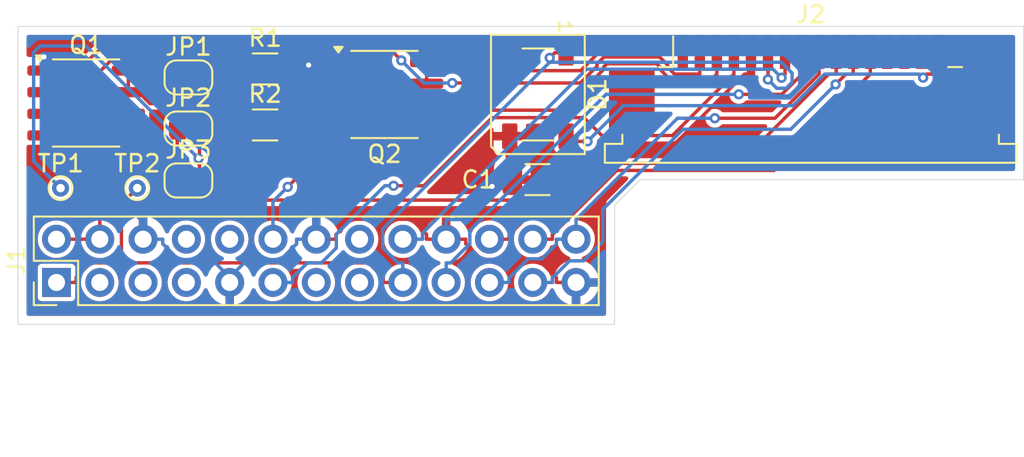
<source format=kicad_pcb>
(kicad_pcb (version 20240108) (generator "pcbnew") (generator_version "8.0")
  (layers (0 "F.Cu" signal) (31 "B.Cu" signal) (34 "B.Paste" user) (35 "F.Paste" user) (36 "B.SilkS" user "B.Silkscreen") (37 "F.SilkS" user "F.Silkscreen") (38 "B.Mask" user) (39 "F.Mask" user) (44 "Edge.Cuts" user))
  (net 0 "")
  (net 1 "3V")
  (net 2 "GP20")
  (net 3 "GND")
  (net 6 "TP_SO")
  (net 8 "LCD_5V")
  (net 10 "LCD_SCK")
  (net 11 "LCD_RS")
  (net 12 "TP_IRQ")
  (net 15 "LCD_CS")
  (net 16 "GP18")
  (net 17 "RESET")
  (net 20 "LCD_SI")
  (net 22 "POWER_LCD")
  (net 23 "E3")
  (net 24 "5V")
  (net 25 "GP19")
  (net 26 "TP_CS")
  (net 27 "Net-(Q2A-G1)")
  (net 28 "Net-(JP2-B)")
  (footprint "Connector_PinHeader_2.54mm:PinHeader_2x13_P2.54mm_Vertical" (layer "F.Cu") (at 102.26 40.04 90)
    (property "Reference" "J1" (at 1.27 -2.33 90) (layer "F.SilkS"))
    (property "Value" "Conn_02x13_Odd_Even Header")
    (fp_line (start 1.270001 -1.33) (end 3.87 -1.329999) (stroke (width 0.12)) (layer "F.SilkS"))
    (fp_line (start -1.329999 -1.33) (end -0.000001 -1.330001) (stroke (width 0.12)) (layer "F.SilkS"))
    (fp_line (start 3.87 -1.329999) (end 3.870001 31.810002) (stroke (width 0.12)) (layer "F.SilkS"))
    (fp_line (start -1.330001 0.000001) (end -1.329999 -1.33) (stroke (width 0.12)) (layer "F.SilkS"))
    (fp_line (start -1.330001 1.269999) (end 1.27 1.27) (stroke (width 0.12)) (layer "F.SilkS"))
    (fp_line (start -1.330001 1.269999) (end -1.33 31.809999) (stroke (width 0.12)) (layer "F.SilkS"))
    (fp_line (start 1.27 1.27) (end 1.270001 -1.33) (stroke (width 0.12)) (layer "F.SilkS"))
    (fp_line (start -1.33 31.809999) (end 3.870001 31.810002) (stroke (width 0.12)) (layer "F.SilkS"))
    (pad "1" thru_hole rect (at 0 0 90) (size 1.7 1.7) (drill 1) (layers "*.Cu" "*.Mask") (net 1 "3V"))
    (pad "2" thru_hole oval (at 2.540001 0 90) (size 1.7 1.7) (drill 1) (layers "*.Cu" "*.Mask") (net 8 "LCD_5V"))
    (pad "3" thru_hole oval (at 0 2.540001 90) (size 1.7 1.7) (drill 1) (layers "*.Cu" "*.Mask"))
    (pad "4" thru_hole oval (at 2.54 2.54 90) (size 1.7 1.7) (drill 1) (layers "*.Cu" "*.Mask") (net 8 "LCD_5V"))
    (pad "5" thru_hole oval (at 0.000001 5.08 90) (size 1.7 1.7) (drill 1) (layers "*.Cu" "*.Mask"))
    (pad "6" thru_hole oval (at 2.540002 5.080001 90) (size 1.7 1.7) (drill 1) (layers "*.Cu" "*.Mask") (net 3 "GND"))
    (pad "7" thru_hole oval (at -0.000001 7.620001 90) (size 1.7 1.7) (drill 1) (layers "*.Cu" "*.Mask"))
    (pad "8" thru_hole oval (at 2.539999 7.62 90) (size 1.7 1.7) (drill 1) (layers "*.Cu" "*.Mask"))
    (pad "9" thru_hole oval (at 0 10.16 90) (size 1.7 1.7) (drill 1) (layers "*.Cu" "*.Mask") (net 3 "GND"))
    (pad "10" thru_hole oval (at 2.539999 10.16 90) (size 1.7 1.7) (drill 1) (layers "*.Cu" "*.Mask"))
    (pad "11" thru_hole oval (at 0 12.7 90) (size 1.7 1.7) (drill 1) (layers "*.Cu" "*.Mask") (net 12 "TP_IRQ"))
    (pad "12" thru_hole oval (at 2.54 12.700002 90) (size 1.7 1.7) (drill 1) (layers "*.Cu" "*.Mask") (net 16 "GP18"))
    (pad "13" thru_hole oval (at 0.000001 15.24 90) (size 1.7 1.7) (drill 1) (layers "*.Cu" "*.Mask"))
    (pad "14" thru_hole oval (at 2.540001 15.24 90) (size 1.7 1.7) (drill 1) (layers "*.Cu" "*.Mask") (net 3 "GND"))
    (pad "15" thru_hole oval (at 0.000001 17.780001 90) (size 1.7 1.7) (drill 1) (layers "*.Cu" "*.Mask"))
    (pad "16" thru_hole oval (at 2.540001 17.779999 90) (size 1.7 1.7) (drill 1) (layers "*.Cu" "*.Mask"))
    (pad "17" thru_hole oval (at 0 20.32 90) (size 1.7 1.7) (drill 1) (layers "*.Cu" "*.Mask") (net 1 "3V"))
    (pad "18" thru_hole oval (at 2.539999 20.320001 90) (size 1.7 1.7) (drill 1) (layers "*.Cu" "*.Mask") (net 11 "LCD_RS"))
    (pad "19" thru_hole oval (at -0.000002 22.859999 90) (size 1.7 1.7) (drill 1) (layers "*.Cu" "*.Mask") (net 20 "LCD_SI"))
    (pad "20" thru_hole oval (at 2.540001 22.86 90) (size 1.7 1.7) (drill 1) (layers "*.Cu" "*.Mask") (net 3 "GND"))
    (pad "21" thru_hole oval (at 0 25.4 90) (size 1.7 1.7) (drill 1) (layers "*.Cu" "*.Mask") (net 6 "TP_SO"))
    (pad "22" thru_hole oval (at 2.54 25.400002 90) (size 1.7 1.7) (drill 1) (layers "*.Cu" "*.Mask") (net 17 "RESET"))
    (pad "23" thru_hole oval (at 0 27.94 90) (size 1.7 1.7) (drill 1) (layers "*.Cu" "*.Mask") (net 10 "LCD_SCK"))
    (pad "24" thru_hole oval (at 2.539999 27.940001 90) (size 1.7 1.7) (drill 1) (layers "*.Cu" "*.Mask") (net 15 "LCD_CS"))
    (pad "25" thru_hole oval (at 0 30.48 90) (size 1.7 1.7) (drill 1) (layers "*.Cu" "*.Mask") (net 3 "GND"))
    (pad "26" thru_hole oval (at 2.54 30.479998 90) (size 1.7 1.7) (drill 1) (layers "*.Cu" "*.Mask") (net 6 "TP_SO"))
  )
  (footprint "Capacitor_SMD:C_1206_3216Metric" (layer "F.Cu") (at 130.475 34)
    (property "Reference" "C1" (at -3.475 0 0) (layer "F.SilkS"))
    (property "Value" "10uF")
    (fp_line (start -0.711252 -0.91) (end 0.711252 -0.91) (stroke (width 0.12)) (layer "F.SilkS"))
    (fp_line (start -0.711252 0.91) (end 0.711252 0.91) (stroke (width 0.12)) (layer "F.SilkS"))
    (pad "1" smd roundrect (at -1.475 0) (size 1.15 1.8) (layers "F.Cu" "F.Paste" "F.Mask") (roundrect_rratio 0.217391) (net 3 "GND"))
    (pad "2" smd roundrect (at 1.475 0) (size 1.15 1.8) (layers "F.Cu" "F.Paste" "F.Mask") (roundrect_rratio 0.217391) (net 28 "Net-(JP2-B)"))
  )
  (footprint "Connector_FFC-FPC:TE_1-84953-6_1x16-1MP_P1.0mm_Horizontal" (layer "F.Cu") (at 146.5 28.3)
    (property "Reference" "J2" (at 0 -4 0) (layer "F.SilkS"))
    (property "Value" "Conn_01x16" (hide yes))
    (fp_line (start -12.07 3.6) (end -11.045 3.6) (stroke (width 0.12)) (layer "F.SilkS"))
    (fp_line (start -12.07 4.71) (end -12.07 3.6) (stroke (width 0.12)) (layer "F.SilkS"))
    (fp_line (start -11.045 3.6) (end -11.045 3.06) (stroke (width 0.12)) (layer "F.SilkS"))
    (fp_line (start -8.89 -0.91) (end -8.065 -0.91) (stroke (width 0.12)) (layer "F.SilkS"))
    (fp_line (start -8.065 -0.91) (end -8.065 -2.71) (stroke (width 0.12)) (layer "F.SilkS"))
    (fp_line (start 8.065 -0.91) (end 8.89 -0.91) (stroke (width 0.12)) (layer "F.SilkS"))
    (fp_line (start 11.045 3.06) (end 11.045 3.6) (stroke (width 0.12)) (layer "F.SilkS"))
    (fp_line (start 11.045 3.6) (end 12.07 3.6) (stroke (width 0.12)) (layer "F.SilkS"))
    (fp_line (start 12.07 3.6) (end 12.07 4.71) (stroke (width 0.12)) (layer "F.SilkS"))
    (fp_line (start 12.07 4.71) (end -12.07 4.71) (stroke (width 0.12)) (layer "F.SilkS"))
    (pad "1" smd rect (at -7.5 -1.8) (size 0.61 2) (layers "F.Cu" "F.Paste" "F.Mask") (net 24 "5V"))
    (pad "2" smd rect (at -6.5 -1.8) (size 0.61 2) (layers "F.Cu" "F.Paste" "F.Mask") (net 22 "POWER_LCD"))
    (pad "3" smd rect (at -5.5 -1.8) (size 0.61 2) (layers "F.Cu" "F.Paste" "F.Mask") (net 16 "GP18"))
    (pad "4" smd rect (at -4.5 -1.8) (size 0.61 2) (layers "F.Cu" "F.Paste" "F.Mask") (net 12 "TP_IRQ"))
    (pad "5" smd rect (at -3.5 -1.8) (size 0.61 2) (layers "F.Cu" "F.Paste" "F.Mask") (net 3 "GND"))
    (pad "6" smd rect (at -2.5 -1.8) (size 0.61 2) (layers "F.Cu" "F.Paste" "F.Mask") (net 1 "3V"))
    (pad "7" smd rect (at -1.5 -1.8) (size 0.61 2) (layers "F.Cu" "F.Paste" "F.Mask") (net 11 "LCD_RS"))
    (pad "8" smd rect (at -0.5 -1.8) (size 0.61 2) (layers "F.Cu" "F.Paste" "F.Mask") (net 20 "LCD_SI"))
    (pad "9" smd rect (at 0.5 -1.8) (size 0.61 2) (layers "F.Cu" "F.Paste" "F.Mask") (net 6 "TP_SO"))
    (pad "10" smd rect (at 1.5 -1.8) (size 0.61 2) (layers "F.Cu" "F.Paste" "F.Mask") (net 17 "RESET"))
    (pad "11" smd rect (at 2.5 -1.8) (size 0.61 2) (layers "F.Cu" "F.Paste" "F.Mask") (net 10 "LCD_SCK"))
    (pad "12" smd rect (at 3.5 -1.8) (size 0.61 2) (layers "F.Cu" "F.Paste" "F.Mask") (net 15 "LCD_CS"))
    (pad "13" smd rect (at 4.5 -1.8) (size 0.61 2) (layers "F.Cu" "F.Paste" "F.Mask") (net 26 "TP_CS"))
    (pad "14" smd rect (at 5.5 -1.8) (size 0.61 2) (layers "F.Cu" "F.Paste" "F.Mask") (net 23 "E3"))
    (pad "15" smd rect (at 6.5 -1.8) (size 0.61 2) (layers "F.Cu" "F.Paste" "F.Mask") (net 25 "GP19"))
    (pad "16" smd rect (at 7.5 -1.8) (size 0.61 2) (layers "F.Cu" "F.Paste" "F.Mask") (net 2 "GP20"))
    (pad "MP" smd rect (at -10.49 1) (size 2.68 3.6) (layers "F.Cu" "F.Paste" "F.Mask"))
    (pad "MP" smd rect (at 10.49 1) (size 2.68 3.6) (layers "F.Cu" "F.Paste" "F.Mask"))
  )
  (footprint "Resistor_SMD:R_1206_3216Metric" (layer "F.Cu") (at 114.5 27.5)
    (property "Reference" "R1" (at 0 -1.82 0) (layer "F.SilkS"))
    (property "Value" "100k")
    (fp_line (start -0.727064 -0.91) (end 0.727064 -0.91) (stroke (width 0.12)) (layer "F.SilkS"))
    (fp_line (start -0.727064 0.91) (end 0.727064 0.91) (stroke (width 0.12)) (layer "F.SilkS"))
    (pad "1" smd roundrect (at -1.4625 0) (size 1.125 1.75) (layers "F.Cu" "F.Paste" "F.Mask") (roundrect_rratio 0.222222) (net 22 "POWER_LCD"))
    (pad "2" smd roundrect (at 1.4625 0) (size 1.125 1.75) (layers "F.Cu" "F.Paste" "F.Mask") (roundrect_rratio 0.222222) (net 3 "GND"))
  )
  (footprint "Package_SO:SOIC-8_3.9x4.9mm_P1.27mm" (layer "F.Cu") (at 121.5 29)
    (property "Reference" "Q2" (at 0 3.5 0) (layer "F.SilkS"))
    (property "Value" "AO4842")
    (fp_line (start 0 -2.56) (end -1.95 -2.56) (stroke (width 0.12)) (layer "F.SilkS"))
    (fp_line (start 0 -2.56) (end 1.95 -2.56) (stroke (width 0.12)) (layer "F.SilkS"))
    (fp_line (start 0 2.56) (end -1.95 2.56) (stroke (width 0.12)) (layer "F.SilkS"))
    (fp_line (start 0 2.56) (end 1.95 2.56) (stroke (width 0.12)) (layer "F.SilkS"))
    (fp_poly (pts (xy -2.7 -2.465) (xy -2.94 -2.795) (xy -2.46 -2.795) (xy -2.7 -2.465)) (stroke (width 0.12)) (fill solid) (layer "F.SilkS"))
    (pad "1" smd roundrect (at -2.475 -1.905) (size 1.95 0.6) (layers "F.Cu" "F.Paste" "F.Mask") (net 8 "LCD_5V"))
    (pad "2" smd roundrect (at -2.475 -0.635) (size 1.95 0.6) (layers "F.Cu" "F.Paste" "F.Mask") (net 27 "Net-(Q2A-G1)"))
    (pad "3" smd roundrect (at -2.475 0.635) (size 1.95 0.6) (layers "F.Cu" "F.Paste" "F.Mask"))
    (pad "4" smd roundrect (at -2.475 1.905) (size 1.95 0.6) (layers "F.Cu" "F.Paste" "F.Mask"))
    (pad "5" smd roundrect (at 2.475 1.905) (size 1.95 0.6) (layers "F.Cu" "F.Paste" "F.Mask"))
    (pad "6" smd roundrect (at 2.475 0.635) (size 1.95 0.6) (layers "F.Cu" "F.Paste" "F.Mask"))
    (pad "7" smd roundrect (at 2.475 -0.635) (size 1.95 0.6) (layers "F.Cu" "F.Paste" "F.Mask") (net 24 "5V"))
    (pad "8" smd roundrect (at 2.475 -1.905) (size 1.95 0.6) (layers "F.Cu" "F.Paste" "F.Mask") (net 24 "5V"))
  )
  (footprint "Package_SO:SOIC-8_3.9x4.9mm_P1.27mm" (layer "F.Cu") (at 104 29.5)
    (property "Reference" "Q1" (at 0 -3.4 0) (layer "F.SilkS"))
    (property "Value" "AO4842")
    (fp_line (start 0 -2.56) (end -1.95 -2.56) (stroke (width 0.12)) (layer "F.SilkS"))
    (fp_line (start 0 -2.56) (end 1.95 -2.56) (stroke (width 0.12)) (layer "F.SilkS"))
    (fp_line (start 0 2.56) (end -1.95 2.56) (stroke (width 0.12)) (layer "F.SilkS"))
    (fp_line (start 0 2.56) (end 1.95 2.56) (stroke (width 0.12)) (layer "F.SilkS"))
    (fp_poly (pts (xy -2.7 -2.465) (xy -2.94 -2.795) (xy -2.46 -2.795) (xy -2.7 -2.465)) (stroke (width 0.12)) (fill solid) (layer "F.SilkS"))
    (pad "1" smd roundrect (at -2.475 -1.905) (size 1.95 0.6) (layers "F.Cu" "F.Paste" "F.Mask") (net 3 "GND"))
    (pad "2" smd roundrect (at -2.475 -0.635) (size 1.95 0.6) (layers "F.Cu" "F.Paste" "F.Mask") (net 22 "POWER_LCD"))
    (pad "3" smd roundrect (at -2.475 0.635) (size 1.95 0.6) (layers "F.Cu" "F.Paste" "F.Mask"))
    (pad "4" smd roundrect (at -2.475 1.905) (size 1.95 0.6) (layers "F.Cu" "F.Paste" "F.Mask"))
    (pad "5" smd roundrect (at 2.475 1.905) (size 1.95 0.6) (layers "F.Cu" "F.Paste" "F.Mask"))
    (pad "6" smd roundrect (at 2.475 0.635) (size 1.95 0.6) (layers "F.Cu" "F.Paste" "F.Mask"))
    (pad "7" smd roundrect (at 2.475 -0.635) (size 1.95 0.6) (layers "F.Cu" "F.Paste" "F.Mask") (net 27 "Net-(Q2A-G1)"))
    (pad "8" smd roundrect (at 2.475 -1.905) (size 1.95 0.6) (layers "F.Cu" "F.Paste" "F.Mask") (net 27 "Net-(Q2A-G1)"))
  )
  (footprint "TestPoint:TestPoint_THTPad_D1.0mm_Drill0.5mm" (layer "F.Cu") (at 107 34.5)
    (property "Reference" "TP2" (at 0 -1.448 0) (layer "F.SilkS"))
    (property "Value" "TestPoint")
    (fp_circle (center 0 0) (end 0 0.7) (stroke (width 0.12)) (fill none) (layer "F.SilkS"))
    (pad "1" thru_hole circle (at 0 0) (size 1 1) (drill 0.5) (layers "*.Cu" "*.Mask") (net 1 "3V"))
  )
  (footprint "Jumper:SolderJumper-2_P1.3mm_Open_RoundedPad1.0x1.5mm" (layer "F.Cu") (at 110 31)
    (property "Reference" "JP2" (at 0 -1.8 0) (layer "F.SilkS"))
    (property "Value" "SolderJumper_2_Open")
    (fp_line (start -1.4 0.3) (end -1.4 -0.3) (stroke (width 0.12)) (layer "F.SilkS"))
    (fp_line (start -0.7 -1) (end 0.7 -1) (stroke (width 0.12)) (layer "F.SilkS"))
    (fp_line (start 0.7 1) (end -0.7 1) (stroke (width 0.12)) (layer "F.SilkS"))
    (fp_line (start 1.4 -0.3) (end 1.4 0.3) (stroke (width 0.12)) (layer "F.SilkS"))
    (fp_arc (start -1.4 -0.3) (mid -1.194975 -0.794975) (end -0.7 -1) (stroke (width 0.12)) (layer "F.SilkS"))
    (fp_arc (start -0.7 1) (mid -1.194975 0.794975) (end -1.4 0.3) (stroke (width 0.12)) (layer "F.SilkS"))
    (fp_arc (start 0.7 -1) (mid 1.194975 -0.794975) (end 1.4 -0.3) (stroke (width 0.12)) (layer "F.SilkS"))
    (fp_arc (start 1.4 0.3) (mid 1.194975 0.794975) (end 0.7 1) (stroke (width 0.12)) (layer "F.SilkS"))
    (pad "1" smd custom (at -0.65 0) (size 1 0.5) (layers "F.Cu" "F.Mask") (net 24 "5V") (options (clearance outline) (anchor rect)) (primitives (gr_circle (center 0 0.25) (end 0.5 0.25) (width 0) (fill yes)) (gr_circle (center 0 -0.25) (end 0.5 -0.25) (width 0) (fill yes)) (gr_poly (pts (xy 0.5 0.75) (xy 0 0.75) (xy 0 -0.75) (xy 0.5 -0.75)) (width 0) (fill yes))))
    (pad "2" smd custom (at 0.65 0) (size 1 0.5) (layers "F.Cu" "F.Mask") (net 28 "Net-(JP2-B)") (options (clearance outline) (anchor rect)) (primitives (gr_circle (center 0 0.25) (end 0.5 0.25) (width 0) (fill yes)) (gr_circle (center 0 -0.25) (end 0.5 -0.25) (width 0) (fill yes)) (gr_poly (pts (xy 0 0.75) (xy -0.5 0.75) (xy -0.5 -0.75) (xy 0 -0.75)) (width 0) (fill yes))))
  )
  (footprint "LED_SMD:LED_WS2812B_PLCC4_5.0x5.0mm_P3.2mm" (layer "F.Cu") (at 130.5 29 -90)
    (property "Reference" "D1" (at 0.000001 -3.499999 90) (layer "F.SilkS"))
    (property "Value" "WS2812B")
    (fp_line (start 3.049999 2.749997) (end 3.5 2.299995) (stroke (width 0.12)) (layer "F.SilkS"))
    (fp_line (start -3.499997 2.749996) (end 3.049999 2.749997) (stroke (width 0.12)) (layer "F.SilkS"))
    (fp_line (start 3.5 2.299995) (end 3.499997 -2.749996) (stroke (width 0.12)) (layer "F.SilkS"))
    (fp_line (start 2.700003 0.900001) (end 2.7 -0.9) (stroke (width 0.12)) (layer "F.SilkS"))
    (fp_line (start -2.7 0.9) (end -2.700003 -0.900001) (stroke (width 0.12)) (layer "F.SilkS"))
    (fp_line (start -3.500002 -2.749997) (end -3.499997 2.749996) (stroke (width 0.12)) (layer "F.SilkS"))
    (fp_line (start -3.500002 -2.749997) (end 3.499997 -2.749996) (stroke (width 0.12)) (layer "F.SilkS"))
    (fp_text user "1" (at -4 -1.6 -90) (layer "F.SilkS") (effects (font (size 0.8 0.8))))
    (pad "1" smd roundrect (at -2.450001 -1.650002 270) (size 1.5 0.9) (layers "F.Cu" "F.Paste" "F.Mask") (roundrect_rratio 0.1) (net 1 "3V"))
    (pad "2" smd roundrect (at -2.449997 1.650003 270) (size 1.5 0.9) (layers "F.Cu" "F.Paste" "F.Mask") (roundrect_rratio 0.1))
    (pad "3" smd roundrect (at 2.450001 1.650002 270) (size 1.5 0.9) (layers "F.Cu" "F.Paste" "F.Mask") (roundrect_rratio 0.1) (net 3 "GND"))
    (pad "4" smd roundrect (at 2.449997 -1.650003 270) (size 1.5 0.9) (layers "F.Cu" "F.Paste" "F.Mask") (roundrect_rratio 0.1) (net 2 "GP20"))
  )
  (footprint "TestPoint:TestPoint_THTPad_D1.0mm_Drill0.5mm" (layer "F.Cu") (at 102.5 34.5)
    (property "Reference" "TP1" (at 0 -1.448 0) (layer "F.SilkS"))
    (property "Value" "TestPoint")
    (fp_circle (center 0 0) (end 0 0.7) (stroke (width 0.12)) (fill none) (layer "F.SilkS"))
    (pad "1" thru_hole circle (at 0 0) (size 1 1) (drill 0.5) (layers "*.Cu" "*.Mask") (net 28 "Net-(JP2-B)"))
  )
  (footprint "Jumper:SolderJumper-2_P1.3mm_Open_RoundedPad1.0x1.5mm" (layer "F.Cu") (at 110 34.05)
    (property "Reference" "JP3" (at 0 -1.8 0) (layer "F.SilkS"))
    (property "Value" "SolderJumper_2_Open")
    (fp_line (start -1.4 0.3) (end -1.4 -0.3) (stroke (width 0.12)) (layer "F.SilkS"))
    (fp_line (start -0.7 -1) (end 0.7 -1) (stroke (width 0.12)) (layer "F.SilkS"))
    (fp_line (start 0.7 1) (end -0.7 1) (stroke (width 0.12)) (layer "F.SilkS"))
    (fp_line (start 1.4 -0.3) (end 1.4 0.3) (stroke (width 0.12)) (layer "F.SilkS"))
    (fp_arc (start -1.4 -0.3) (mid -1.194975 -0.794975) (end -0.7 -1) (stroke (width 0.12)) (layer "F.SilkS"))
    (fp_arc (start -0.7 1) (mid -1.194975 0.794975) (end -1.4 0.3) (stroke (width 0.12)) (layer "F.SilkS"))
    (fp_arc (start 0.7 -1) (mid 1.194975 -0.794975) (end 1.4 -0.3) (stroke (width 0.12)) (layer "F.SilkS"))
    (fp_arc (start 1.4 0.3) (mid 1.194975 0.794975) (end 0.7 1) (stroke (width 0.12)) (layer "F.SilkS"))
    (pad "1" smd custom (at -0.65 0) (size 1 0.5) (layers "F.Cu" "F.Mask") (net 24 "5V") (options (clearance outline) (anchor rect)) (primitives (gr_circle (center 0 0.25) (end 0.5 0.25) (width 0) (fill yes)) (gr_circle (center 0 -0.25) (end 0.5 -0.25) (width 0) (fill yes)) (gr_poly (pts (xy 0.5 0.75) (xy 0 0.75) (xy 0 -0.75) (xy 0.5 -0.75)) (width 0) (fill yes))))
    (pad "2" smd custom (at 0.65 0) (size 1 0.5) (layers "F.Cu" "F.Mask") (net 28 "Net-(JP2-B)") (options (clearance outline) (anchor rect)) (primitives (gr_circle (center 0 0.25) (end 0.5 0.25) (width 0) (fill yes)) (gr_circle (center 0 -0.25) (end 0.5 -0.25) (width 0) (fill yes)) (gr_poly (pts (xy 0 0.75) (xy -0.5 0.75) (xy -0.5 -0.75) (xy 0 -0.75)) (width 0) (fill yes))))
  )
  (footprint "Jumper:SolderJumper-2_P1.3mm_Open_RoundedPad1.0x1.5mm" (layer "F.Cu") (at 110 28)
    (property "Reference" "JP1" (at 0.000001 -1.799998 0) (layer "F.SilkS"))
    (property "Value" "SolderJumper_2_Open")
    (fp_line (start -1.4 0.3) (end -1.400001 -0.299992) (stroke (width 0.12)) (layer "F.SilkS"))
    (fp_line (start -0.700004 -1) (end 0.699996 -1.000005) (stroke (width 0.12)) (layer "F.SilkS"))
    (fp_line (start 0.700004 1) (end -0.699996 1.000005) (stroke (width 0.12)) (layer "F.SilkS"))
    (fp_line (start 1.4 -0.3) (end 1.400001 0.299992) (stroke (width 0.12)) (layer "F.SilkS"))
    (fp_arc (start -1.400001 -0.299992) (mid -1.194978 -0.79497) (end -0.700004 -1) (stroke (width 0.12)) (layer "F.SilkS"))
    (fp_arc (start -0.699996 1.000005) (mid -1.194975 0.794979) (end -1.4 0.3) (stroke (width 0.12)) (layer "F.SilkS"))
    (fp_arc (start 0.699996 -1.000005) (mid 1.194977 -0.79498) (end 1.4 -0.3) (stroke (width 0.12)) (layer "F.SilkS"))
    (fp_arc (start 1.400001 0.299992) (mid 1.194978 0.79497) (end 0.700004 1) (stroke (width 0.12)) (layer "F.SilkS"))
    (pad "1" smd custom (at -0.650006 -0.000003) (size 1 0.5) (layers "F.Cu" "F.Mask") (net 8 "LCD_5V") (options (clearance outline) (anchor rect)) (primitives (gr_circle (center 0 0.25) (end 0.5 0.25) (width 0) (fill yes)) (gr_circle (center 0 -0.25) (end 0.5 -0.25) (width 0) (fill yes)) (gr_poly (pts (xy 0.5 0.75) (xy 0 0.75) (xy 0 -0.75) (xy 0.5 -0.75)) (width 0) (fill yes))))
    (pad "2" smd custom (at 0.650006 0.000003) (size 1 0.5) (layers "F.Cu" "F.Mask") (net 24 "5V") (options (clearance outline) (anchor rect)) (primitives (gr_circle (center 0 0.25) (end 0.5 0.25) (width 0) (fill yes)) (gr_circle (center 0 -0.25) (end 0.5 -0.25) (width 0) (fill yes)) (gr_poly (pts (xy 0 0.75) (xy -0.5 0.75) (xy -0.5 -0.75) (xy 0 -0.75)) (width 0) (fill yes))))
  )
  (footprint "Resistor_SMD:R_1206_3216Metric" (layer "F.Cu") (at 114.5 30.79)
    (property "Reference" "R2" (at 0 -1.82 0) (layer "F.SilkS"))
    (property "Value" "100k")
    (fp_line (start -0.727064 -0.91) (end 0.727064 -0.91) (stroke (width 0.12)) (layer "F.SilkS"))
    (fp_line (start -0.727064 0.91) (end 0.727064 0.91) (stroke (width 0.12)) (layer "F.SilkS"))
    (pad "1" smd roundrect (at -1.4625 0) (size 1.125 1.75) (layers "F.Cu" "F.Paste" "F.Mask") (roundrect_rratio 0.222222) (net 24 "5V"))
    (pad "2" smd roundrect (at 1.4625 0) (size 1.125 1.75) (layers "F.Cu" "F.Paste" "F.Mask") (roundrect_rratio 0.222222) (net 27 "Net-(Q2A-G1)"))
  )
  (gr_line (start 135 35.5) (end 135 42.5) (stroke (width 0.05)) (layer "Edge.Cuts"))
  (gr_line (start 100 42.5) (end 100 25) (stroke (width 0.05)) (layer "Edge.Cuts"))
  (gr_line (start 159 34) (end 136.5 34) (stroke (width 0.05)) (layer "Edge.Cuts"))
  (gr_line (start 100 25) (end 159 25) (stroke (width 0.05)) (layer "Edge.Cuts"))
  (gr_line (start 159 25) (end 159 34) (stroke (width 0.05)) (layer "Edge.Cuts"))
  (gr_line (start 135 42.5) (end 100 42.5) (stroke (width 0.05)) (layer "Edge.Cuts"))
  (gr_line (start 135 35.5) (end 136.5 34) (stroke (width 0.05)) (layer "Edge.Cuts"))
  (segment (start 132.15 26.55) (end 131.494 26.55) (width 0.2) (layer "F.Cu") (net 1))
  (segment (start 121.428 39.7521) (end 121.428 40.04) (width 0.2) (layer "F.Cu") (net 1))
  (segment (start 103.412 40.04) (end 103.412 39.752) (width 0.2) (layer "F.Cu") (net 1))
  (segment (start 106.07 35.43) (end 107 34.5) (width 0.2) (layer "F.Cu") (net 1))
  (segment (start 104.275 38.8883) (end 106.07 38.8883) (width 0.2) (layer "F.Cu") (net 1))
  (segment (start 106.07 38.8883) (end 106.07 35.43) (width 0.2) (layer "F.Cu") (net 1))
  (segment (start 120.564 38.8883) (end 121.428 39.7521) (width 0.2) (layer "F.Cu") (net 1))
  (segment (start 102.26 40.04) (end 103.412 40.04) (width 0.2) (layer "F.Cu") (net 1))
  (segment (start 106.07 38.8883) (end 120.564 38.8883) (width 0.2) (layer "F.Cu") (net 1))
  (segment (start 131.494 26.55) (end 131.194 26.8502) (width 0.2) (layer "F.Cu") (net 1))
  (segment (start 121.428 40.04) (end 122.58 40.04) (width 0.2) (layer "F.Cu") (net 1))
  (segment (start 106.715 34.215) (end 107 34.5) (width 0.2) (layer "F.Cu") (net 1))
  (segment (start 103.412 39.752) (end 104.275 38.8883) (width 0.2) (layer "F.Cu") (net 1))
  (segment (start 144 28.1117) (end 143.994 28.1179) (width 0.2) (layer "F.Cu") (net 1))
  (segment (start 144 26.5) (end 144 28.1117) (width 0.2) (layer "F.Cu") (net 1))
  (via (at 143.994 28.1179) (size 0.6) (drill 0.3) (layers "F.Cu" "B.Cu") (net 1))
  (via (at 131.194 26.8502) (size 0.6) (drill 0.3) (layers "F.Cu" "B.Cu") (net 1))
  (segment (start 122.292 38.8883) (end 122.58 38.8883) (width 0.2) (layer "B.Cu") (net 1))
  (segment (start 145.413 27.7403) (end 145.413 28.2833) (width 0.2) (layer "B.Cu") (net 1))
  (segment (start 145.061 28.6357) (end 144.512 28.6357) (width 0.2) (layer "B.Cu") (net 1))
  (segment (start 122.58 38.8883) (end 122.58 40.04) (width 0.2) (layer "B.Cu") (net 1))
  (segment (start 121.397 36.9041) (end 121.397 37.9931) (width 0.2) (layer "B.Cu") (net 1))
  (segment (start 145.413 28.2833) (end 145.061 28.6357) (width 0.2) (layer "B.Cu") (net 1))
  (segment (start 131.194 26.8502) (end 131.194 27.1069) (width 0.2) (layer "B.Cu") (net 1))
  (segment (start 131.194 27.1069) (end 144.78 27.1069) (width 0.2) (layer "B.Cu") (net 1))
  (segment (start 131.194 27.1069) (end 121.397 36.9041) (width 0.2) (layer "B.Cu") (net 1))
  (segment (start 121.397 37.9931) (end 122.292 38.8883) (width 0.2) (layer "B.Cu") (net 1))
  (segment (start 144.512 28.6357) (end 143.994 28.1179) (width 0.2) (layer "B.Cu") (net 1))
  (segment (start 144.78 27.1069) (end 145.413 27.7403) (width 0.2) (layer "B.Cu") (net 1))
  (segment (start 132.455 31.755) (end 133.413 31.755) (width 0.2) (layer "F.Cu") (net 2))
  (segment (start 154 26.5) (end 154 27.8017) (width 0.2) (layer "F.Cu") (net 2))
  (segment (start 154 27.8017) (end 153.31 27.8017) (width 0.2) (layer "F.Cu") (net 2))
  (segment (start 132.15 31.45) (end 132.455 31.755) (width 0.2) (layer "F.Cu") (net 2))
  (segment (start 153.31 27.8017) (end 153.101 28.0107) (width 0.2) (layer "F.Cu") (net 2))
  (via (at 133.413 31.755) (size 0.6) (drill 0.3) (layers "F.Cu" "B.Cu") (net 2))
  (via (at 153.101 28.0107) (size 0.6) (drill 0.3) (layers "F.Cu" "B.Cu") (net 2))
  (segment (start 135.51 29.6577) (end 145.469 29.6577) (width 0.2) (layer "B.Cu") (net 2))
  (segment (start 145.469 29.6577) (end 147.324 27.8032) (width 0.2) (layer "B.Cu") (net 2))
  (segment (start 152.893 27.8032) (end 153.101 28.0107) (width 0.2) (layer "B.Cu") (net 2))
  (segment (start 133.413 31.755) (end 135.51 29.6577) (width 0.2) (layer "B.Cu") (net 2))
  (segment (start 147.324 27.8032) (end 152.893 27.8032) (width 0.2) (layer "B.Cu") (net 2))
  (segment (start 129 34) (end 128.601 34.3993) (width 0.2) (layer "F.Cu") (net 3))
  (segment (start 128.85 32.0926) (end 129.403 32.6457) (width 0.2) (layer "F.Cu") (net 3))
  (segment (start 126.272 37.7685) (end 127.194 38.6909) (width 0.2) (layer "F.Cu") (net 3))
  (segment (start 137.779 32.6457) (end 129.403 32.6457) (width 0.2) (layer "F.Cu") (net 3))
  (segment (start 128.601 34.3993) (end 127.817 34.3993) (width 0.2) (layer "F.Cu") (net 3))
  (segment (start 129 33.0488) (end 129 34) (width 0.2) (layer "F.Cu") (net 3))
  (segment (start 129.403 32.6457) (end 129 33.0488) (width 0.2) (layer "F.Cu") (net 3))
  (segment (start 101.525 27.595) (end 101.525 26.7918) (width 0.2) (layer "F.Cu") (net 3))
  (segment (start 127.194 38.6909) (end 130.527 38.6909) (width 0.2) (layer "F.Cu") (net 3))
  (segment (start 130.527 38.6909) (end 131.588 39.752) (width 0.2) (layer "F.Cu") (net 3))
  (segment (start 126.272 37.5) (end 126.272 37.7685) (width 0.2) (layer "F.Cu") (net 3))
  (segment (start 143 27.8017) (end 142.623 27.8017) (width 0.2) (layer "F.Cu") (net 3))
  (segment (start 118.652 37.2315) (end 118.652 37.5) (width 0.2) (layer "F.Cu") (net 3))
  (segment (start 131.588 40.04) (end 132.74 40.04) (width 0.2) (layer "F.Cu") (net 3))
  (segment (start 116.827 27.5) (end 117.052 27.2747) (width 0.2) (layer "F.Cu") (net 3))
  (segment (start 128.85 31.45) (end 128.85 32.0926) (width 0.2) (layer "F.Cu") (net 3))
  (segment (start 125.12 37.5) (end 126.272 37.5) (width 0.2) (layer "F.Cu") (net 3))
  (segment (start 125.12 37.5) (end 123.968 37.5) (width 0.2) (layer "F.Cu") (net 3))
  (segment (start 115.9625 27.5) (end 116.827 27.5) (width 0.2) (layer "F.Cu") (net 3))
  (segment (start 123.968 37.2121) (end 123.085 36.3287) (width 0.2) (layer "F.Cu") (net 3))
  (segment (start 123.085 36.3287) (end 119.554 36.3287) (width 0.2) (layer "F.Cu") (net 3))
  (segment (start 143 26.5) (end 143 27.8017) (width 0.2) (layer "F.Cu") (net 3))
  (segment (start 123.968 37.5) (end 123.968 37.2121) (width 0.2) (layer "F.Cu") (net 3))
  (segment (start 142.623 27.8017) (end 137.779 32.6457) (width 0.2) (layer "F.Cu") (net 3))
  (segment (start 119.554 36.3287) (end 118.652 37.2315) (width 0.2) (layer "F.Cu") (net 3))
  (segment (start 131.588 39.752) (end 131.588 40.04) (width 0.2) (layer "F.Cu") (net 3))
  (segment (start 115.962 27.5) (end 115.9625 27.5) (width 0.2) (layer "F.Cu") (net 3))
  (segment (start 118.652 37.5) (end 117.5 37.5) (width 0.2) (layer "F.Cu") (net 3))
  (via (at 101.525 26.7918) (size 0.6) (drill 0.3) (layers "F.Cu" "B.Cu") (net 3))
  (via (at 117.052 27.2747) (size 0.6) (drill 0.3) (layers "F.Cu" "B.Cu") (net 3))
  (via (at 127.817 34.3993) (size 0.6) (drill 0.3) (layers "F.Cu" "B.Cu") (net 3))
  (segment (start 125.868 36.3483) (end 127.817 34.3993) (width 0.2) (layer "B.Cu") (net 3))
  (segment (start 113.389 38.77) (end 115.347 38.77) (width 0.2) (layer "B.Cu") (net 3))
  (segment (start 112.42 39.7388) (end 113.389 38.77) (width 0.2) (layer "B.Cu") (net 3))
  (segment (start 109.493 38.77) (end 108.492 37.7685) (width 0.2) (layer "B.Cu") (net 3))
  (segment (start 117.5 37.5) (end 117.5 36.3483) (width 0.2) (layer "B.Cu") (net 3))
  (segment (start 116.348 37.5) (end 117.5 37.5) (width 0.2) (layer "B.Cu") (net 3))
  (segment (start 107.34 37.5) (end 107.34 36.3483) (width 0.2) (layer "B.Cu") (net 3))
  (segment (start 107.34 36.3483) (end 107.196 36.3483) (width 0.2) (layer "B.Cu") (net 3))
  (segment (start 117.5 36.3483) (end 117.052 35.9007) (width 0.2) (layer "B.Cu") (net 3))
  (segment (start 111.451 38.77) (end 109.493 38.77) (width 0.2) (layer "B.Cu") (net 3))
  (segment (start 112.42 40.04) (end 112.42 39.7388) (width 0.2) (layer "B.Cu") (net 3))
  (segment (start 108.492 37.5) (end 107.34 37.5) (width 0.2) (layer "B.Cu") (net 3))
  (segment (start 125.12 37.5) (end 125.12 36.3483) (width 0.2) (layer "B.Cu") (net 3))
  (segment (start 117.052 35.9007) (end 117.052 27.2747) (width 0.2) (layer "B.Cu") (net 3))
  (segment (start 112.42 39.7388) (end 111.451 38.77) (width 0.2) (layer "B.Cu") (net 3))
  (segment (start 116.348 37.7685) (end 116.348 37.5) (width 0.2) (layer "B.Cu") (net 3))
  (segment (start 101.525 30.6773) (end 101.525 26.7918) (width 0.2) (layer "B.Cu") (net 3))
  (segment (start 125.12 36.3483) (end 125.868 36.3483) (width 0.2) (layer "B.Cu") (net 3))
  (segment (start 108.492 37.7685) (end 108.492 37.5) (width 0.2) (layer "B.Cu") (net 3))
  (segment (start 115.347 38.77) (end 116.348 37.7685) (width 0.2) (layer "B.Cu") (net 3))
  (segment (start 107.196 36.3483) (end 101.525 30.6773) (width 0.2) (layer "B.Cu") (net 3))
  (segment (start 147 26.5) (end 147 27.8017) (width 0.2) (layer "F.Cu") (net 6))
  (segment (start 144.406 30.3959) (end 140.88 30.3959) (width 0.2) (layer "F.Cu") (net 6))
  (segment (start 147 27.8017) (end 144.406 30.3959) (width 0.2) (layer "F.Cu") (net 6))
  (via (at 140.88 30.3959) (size 0.6) (drill 0.3) (layers "F.Cu" "B.Cu") (net 6))
  (segment (start 132.74 37.5) (end 132.74 36.3483) (width 0.2) (layer "B.Cu") (net 6))
  (segment (start 132.74 37.5) (end 131.588 37.5) (width 0.2) (layer "B.Cu") (net 6))
  (segment (start 132.74 36.3483) (end 138.692 30.3959) (width 0.2) (layer "B.Cu") (net 6))
  (segment (start 138.692 30.3959) (end 140.88 30.3959) (width 0.2) (layer "B.Cu") (net 6))
  (segment (start 128.812 40.04) (end 127.66 40.04) (width 0.2) (layer "B.Cu") (net 6))
  (segment (start 131.588 37.788) (end 130.725 38.6517) (width 0.2) (layer "B.Cu") (net 6))
  (segment (start 128.812 39.7715) (end 128.812 40.04) (width 0.2) (layer "B.Cu") (net 6))
  (segment (start 131.588 37.5) (end 131.588 37.788) (width 0.2) (layer "B.Cu") (net 6))
  (segment (start 130.725 38.6517) (end 129.932 38.6517) (width 0.2) (layer "B.Cu") (net 6))
  (segment (start 129.932 38.6517) (end 128.812 39.7715) (width 0.2) (layer "B.Cu") (net 6))
  (segment (start 109.35 27.6233) (end 108.668 26.9408) (width 0.2) (layer "F.Cu") (net 8))
  (segment (start 110.077 26.8965) (end 109.35 27.6233) (width 0.2) (layer "F.Cu") (net 8))
  (segment (start 108.668 26.9408) (end 105.514 26.9408) (width 0.2) (layer "F.Cu") (net 8))
  (segment (start 116.509 28.6785) (end 112.496 28.6785) (width 0.2) (layer "F.Cu") (net 8))
  (segment (start 105.514 26.9408) (end 104.8 27.6553) (width 0.2) (layer "F.Cu") (net 8))
  (segment (start 111.635 27.5874) (end 110.944 26.8965) (width 0.2) (layer "F.Cu") (net 8))
  (segment (start 119.025 27.095) (end 118.092 27.095) (width 0.2) (layer "F.Cu") (net 8))
  (segment (start 104.8 37.5) (end 102.26 37.5) (width 0.2) (layer "F.Cu") (net 8))
  (segment (start 109.35 27.6233) (end 109.35 28) (width 0.2) (layer "F.Cu") (net 8))
  (segment (start 104.8 27.6553) (end 104.8 37.5) (width 0.2) (layer "F.Cu") (net 8))
  (segment (start 118.092 27.095) (end 116.509 28.6785) (width 0.2) (layer "F.Cu") (net 8))
  (segment (start 112.496 28.6785) (end 111.635 27.8179) (width 0.2) (layer "F.Cu") (net 8))
  (segment (start 110.944 26.8965) (end 110.077 26.8965) (width 0.2) (layer "F.Cu") (net 8))
  (segment (start 111.635 27.8179) (end 111.635 27.5874) (width 0.2) (layer "F.Cu") (net 8))
  (segment (start 149 27.8017) (end 148.574 27.8017) (width 0.2) (layer "F.Cu") (net 10))
  (segment (start 148.574 27.8017) (end 147.966 28.4093) (width 0.2) (layer "F.Cu") (net 10))
  (segment (start 149 26.5) (end 149 27.8017) (width 0.2) (layer "F.Cu") (net 10))
  (via (at 147.966 28.4093) (size 0.6) (drill 0.3) (layers "F.Cu" "B.Cu") (net 10))
  (segment (start 134.312 35.7463) (end 139.013 31.0451) (width 0.2) (layer "B.Cu") (net 10))
  (segment (start 133.181 38.77) (end 134.312 37.639) (width 0.2) (layer "B.Cu") (net 10))
  (segment (start 134.312 37.639) (end 134.312 35.7463) (width 0.2) (layer "B.Cu") (net 10))
  (segment (start 132.353 38.77) (end 133.181 38.77) (width 0.2) (layer "B.Cu") (net 10))
  (segment (start 131.352 40.04) (end 131.352 39.7715) (width 0.2) (layer "B.Cu") (net 10))
  (segment (start 139.013 31.0451) (end 145.33 31.0451) (width 0.2) (layer "B.Cu") (net 10))
  (segment (start 145.33 31.0451) (end 147.966 28.4093) (width 0.2) (layer "B.Cu") (net 10))
  (segment (start 130.2 40.04) (end 131.352 40.04) (width 0.2) (layer "B.Cu") (net 10))
  (segment (start 131.352 39.7715) (end 132.353 38.77) (width 0.2) (layer "B.Cu") (net 10))
  (segment (start 145 27.8141) (end 144.796 28.0176) (width 0.2) (layer "F.Cu") (net 11))
  (segment (start 145 26.5) (end 145 27.8141) (width 0.2) (layer "F.Cu") (net 11))
  (via (at 144.796 28.0176) (size 0.6) (drill 0.3) (layers "F.Cu" "B.Cu") (net 11))
  (segment (start 133.355 27.5162) (end 123.732 37.1399) (width 0.2) (layer "B.Cu") (net 11))
  (segment (start 144.796 28.0176) (end 144.295 27.5162) (width 0.2) (layer "B.Cu") (net 11))
  (segment (start 144.295 27.5162) (end 133.355 27.5162) (width 0.2) (layer "B.Cu") (net 11))
  (segment (start 123.732 37.5) (end 122.58 37.5) (width 0.2) (layer "B.Cu") (net 11))
  (segment (start 123.732 37.1399) (end 123.732 37.5) (width 0.2) (layer "B.Cu") (net 11))
  (segment (start 138.392 31.4098) (end 134.252 31.4098) (width 0.2) (layer "F.Cu") (net 12))
  (segment (start 127.816 30.3612) (end 123.816 34.361) (width 0.2) (layer "F.Cu") (net 12))
  (segment (start 142 27.8017) (end 138.392 31.4098) (width 0.2) (layer "F.Cu") (net 12))
  (segment (start 134.252 31.4098) (end 133.204 30.3612) (width 0.2) (layer "F.Cu") (net 12))
  (segment (start 142 26.5) (end 142 27.8017) (width 0.2) (layer "F.Cu") (net 12))
  (segment (start 123.816 34.361) (end 122.035 34.361) (width 0.2) (layer "F.Cu") (net 12))
  (segment (start 133.204 30.3612) (end 127.816 30.3612) (width 0.2) (layer "F.Cu") (net 12))
  (via (at 122.035 34.361) (size 0.6) (drill 0.3) (layers "F.Cu" "B.Cu") (net 12))
  (segment (start 116.112 40.04) (end 116.112 39.752) (width 0.2) (layer "B.Cu") (net 12))
  (segment (start 121.52 34.361) (end 122.035 34.361) (width 0.2) (layer "B.Cu") (net 12))
  (segment (start 116.975 38.8883) (end 117.8 38.8883) (width 0.2) (layer "B.Cu") (net 12))
  (segment (start 117.8 38.8883) (end 118.673 38.015) (width 0.2) (layer "B.Cu") (net 12))
  (segment (start 116.112 39.752) (end 116.975 38.8883) (width 0.2) (layer "B.Cu") (net 12))
  (segment (start 118.673 38.015) (end 118.673 37.2076) (width 0.2) (layer "B.Cu") (net 12))
  (segment (start 118.673 37.2076) (end 121.52 34.361) (width 0.2) (layer "B.Cu") (net 12))
  (segment (start 114.96 40.04) (end 116.112 40.04) (width 0.2) (layer "B.Cu") (net 12))
  (segment (start 150 27.8017) (end 150 26.5) (width 0.2) (layer "F.Cu") (net 15))
  (segment (start 130.2 37.5) (end 131.352 37.5) (width 0.2) (layer "F.Cu") (net 15))
  (segment (start 144.342 33.4596) (end 150 27.8017) (width 0.2) (layer "F.Cu") (net 15))
  (segment (start 131.352 37.5) (end 131.352 37.2315) (width 0.2) (layer "F.Cu") (net 15))
  (segment (start 131.352 37.2315) (end 135.124 33.4596) (width 0.2) (layer "F.Cu") (net 15))
  (segment (start 135.124 33.4596) (end 144.342 33.4596) (width 0.2) (layer "F.Cu") (net 15))
  (segment (start 134.368 27.5206) (end 131.968 29.9213) (width 0.2) (layer "F.Cu") (net 16))
  (segment (start 117.846 32.4064) (end 115.826 34.4263) (width 0.2) (layer "F.Cu") (net 16))
  (segment (start 137.652 27.375) (end 137.475 27.1983) (width 0.2) (layer "F.Cu") (net 16))
  (segment (start 134.368 27.375) (end 134.368 27.5206) (width 0.2) (layer "F.Cu") (net 16))
  (segment (start 138.376 28.2334) (end 137.652 27.5092) (width 0.2) (layer "F.Cu") (net 16))
  (segment (start 131.968 29.9213) (end 127.54 29.9213) (width 0.2) (layer "F.Cu") (net 16))
  (segment (start 137.475 27.1983) (end 134.545 27.1983) (width 0.2) (layer "F.Cu") (net 16))
  (segment (start 127.54 29.9213) (end 125.055 32.4064) (width 0.2) (layer "F.Cu") (net 16))
  (segment (start 140.568 28.2334) (end 138.376 28.2334) (width 0.2) (layer "F.Cu") (net 16))
  (segment (start 137.652 27.5092) (end 137.652 27.375) (width 0.2) (layer "F.Cu") (net 16))
  (segment (start 141 26.5) (end 141 27.8017) (width 0.2) (layer "F.Cu") (net 16))
  (segment (start 134.545 27.1983) (end 134.368 27.375) (width 0.2) (layer "F.Cu") (net 16))
  (segment (start 125.055 32.4064) (end 117.846 32.4064) (width 0.2) (layer "F.Cu") (net 16))
  (segment (start 141 27.8017) (end 140.568 28.2334) (width 0.2) (layer "F.Cu") (net 16))
  (via (at 115.826 34.4263) (size 0.6) (drill 0.3) (layers "F.Cu" "B.Cu") (net 16))
  (segment (start 115.826 34.4263) (end 114.96 35.2925) (width 0.2) (layer "B.Cu") (net 16))
  (segment (start 114.96 35.2925) (end 114.96 37.5) (width 0.2) (layer "B.Cu") (net 16))
  (segment (start 128.812 37.5) (end 127.66 37.5) (width 0.2) (layer "F.Cu") (net 17))
  (segment (start 130.462 35.6029) (end 128.812 37.2535) (width 0.2) (layer "F.Cu") (net 17))
  (segment (start 128.812 37.2535) (end 128.812 37.5) (width 0.2) (layer "F.Cu") (net 17))
  (segment (start 147.568 27.8017) (end 142.322 33.0474) (width 0.2) (layer "F.Cu") (net 17))
  (segment (start 148 27.8017) (end 147.568 27.8017) (width 0.2) (layer "F.Cu") (net 17))
  (segment (start 134.659 33.0474) (end 132.104 35.6029) (width 0.2) (layer "F.Cu") (net 17))
  (segment (start 148 26.5) (end 148 27.8017) (width 0.2) (layer "F.Cu") (net 17))
  (segment (start 132.104 35.6029) (end 130.462 35.6029) (width 0.2) (layer "F.Cu") (net 17))
  (segment (start 142.322 33.0474) (end 134.659 33.0474) (width 0.2) (layer "F.Cu") (net 17))
  (segment (start 146 26.5) (end 146 27.8017) (width 0.2) (layer "F.Cu") (net 20))
  (segment (start 146 27.8017) (end 144.809 28.9923) (width 0.2) (layer "F.Cu") (net 20))
  (segment (start 144.809 28.9923) (end 142.288 28.9923) (width 0.2) (layer "F.Cu") (net 20))
  (via (at 142.288 28.9923) (size 0.6) (drill 0.3) (layers "F.Cu" "B.Cu") (net 20))
  (segment (start 125.12 38.8883) (end 125.12 40.04) (width 0.2) (layer "B.Cu") (net 20))
  (segment (start 126.508 37.7685) (end 125.388 38.8883) (width 0.2) (layer "B.Cu") (net 20))
  (segment (start 126.508 36.9866) (end 126.508 37.7685) (width 0.2) (layer "B.Cu") (net 20))
  (segment (start 125.388 38.8883) (end 125.12 38.8883) (width 0.2) (layer "B.Cu") (net 20))
  (segment (start 134.503 28.9923) (end 126.508 36.9866) (width 0.2) (layer "B.Cu") (net 20))
  (segment (start 142.288 28.9923) (end 134.503 28.9923) (width 0.2) (layer "B.Cu") (net 20))
  (segment (start 113.038 27.5) (end 113.038 27.4998) (width 0.2) (layer "F.Cu") (net 22))
  (segment (start 121.787 26.2974) (end 114.24 26.2974) (width 0.2) (layer "F.Cu") (net 22))
  (segment (start 133.967 27.2087) (end 133.967 27.3442) (width 0.2) (layer "F.Cu") (net 22))
  (segment (start 113.038 27.5) (end 113.038 27.4998) (width 0.2) (layer "F.Cu") (net 22))
  (segment (start 113.639 26.8987) (end 113.6388 26.8987) (width 0.2) (layer "F.Cu") (net 22))
  (segment (start 132.984 28.3266) (end 125.48 28.3266) (width 0.2) (layer "F.Cu") (net 22))
  (segment (start 138.11 27.2658) (end 137.641 26.7966) (width 0.2) (layer "F.Cu") (net 22))
  (segment (start 102.255 28.865) (end 101.525 28.865) (width 0.2) (layer "F.Cu") (net 22))
  (segment (start 134.379 26.7966) (end 133.967 27.2087) (width 0.2) (layer "F.Cu") (net 22))
  (segment (start 140 26.5) (end 140 27.8017) (width 0.2) (layer "F.Cu") (net 22))
  (segment (start 138.512 27.8017) (end 138.11 27.3999) (width 0.2) (layer "F.Cu") (net 22))
  (segment (start 140 27.8017) (end 138.512 27.8017) (width 0.2) (layer "F.Cu") (net 22))
  (segment (start 113.639 26.8987) (end 113.038 27.5) (width 0.2) (layer "F.Cu") (net 22))
  (segment (start 138.11 27.3999) (end 138.11 27.2658) (width 0.2) (layer "F.Cu") (net 22))
  (segment (start 113.6388 26.8987) (end 113.0375 27.5) (width 0.2) (layer "F.Cu") (net 22))
  (segment (start 137.641 26.7966) (end 134.379 26.7966) (width 0.2) (layer "F.Cu") (net 22))
  (segment (start 112.025 26.4873) (end 104.633 26.4873) (width 0.2) (layer "F.Cu") (net 22))
  (segment (start 104.633 26.4873) (end 102.255 28.865) (width 0.2) (layer "F.Cu") (net 22))
  (segment (start 113.038 27.4998) (end 112.025 26.4873) (width 0.2) (layer "F.Cu") (net 22))
  (segment (start 133.967 27.3442) (end 132.984 28.3266) (width 0.2) (layer "F.Cu") (net 22))
  (segment (start 114.24 26.2974) (end 113.639 26.8987) (width 0.2) (layer "F.Cu") (net 22))
  (segment (start 122.49 27.0001) (end 121.787 26.2974) (width 0.2) (layer "F.Cu") (net 22))
  (via (at 122.49 27.0001) (size 0.6) (drill 0.3) (layers "F.Cu" "B.Cu") (net 22))
  (via (at 125.48 28.3266) (size 0.6) (drill 0.3) (layers "F.Cu" "B.Cu") (net 22))
  (segment (start 123.816 28.3266) (end 125.48 28.3266) (width 0.2) (layer "B.Cu") (net 22))
  (segment (start 122.49 27.0001) (end 123.816 28.3266) (width 0.2) (layer "B.Cu") (net 22))
  (segment (start 113.646 31.3981) (end 113.6456 31.3981) (width 0.2) (layer "F.Cu") (net 24))
  (segment (start 138.895 26.3949) (end 134.212 26.3949) (width 0.2) (layer "F.Cu") (net 24))
  (segment (start 120.354 28.365) (end 120.354 28.0474) (width 0.2) (layer "F.Cu") (net 24))
  (segment (start 109.35 30.5334) (end 109.35 31) (width 0.2) (layer "F.Cu") (net 24))
  (segment (start 123.975 28.365) (end 123.975 27.602) (width 0.2) (layer "F.Cu") (net 24))
  (segment (start 113.038 30.7898) (end 112.189 29.9417) (width 0.2) (layer "F.Cu") (net 24))
  (segment (start 113.038 30.79) (end 113.038 30.7898) (width 0.2) (layer "F.Cu") (net 24))
  (segment (start 120.037 27.73) (end 118.031 27.73) (width 0.2) (layer "F.Cu") (net 24))
  (segment (start 123.975 27.602) (end 123.975 27.095) (width 0.2) (layer "F.Cu") (net 24))
  (segment (start 112.189 29.9417) (end 109.942 29.9417) (width 0.2) (layer "F.Cu") (net 24))
  (segment (start 118.031 27.73) (end 116.681 29.0802) (width 0.2) (layer "F.Cu") (net 24))
  (segment (start 111.73 29.0802) (end 110.65 28) (width 0.2) (layer "F.Cu") (net 24))
  (segment (start 109.35 31) (end 109.35 34.05) (width 0.2) (layer "F.Cu") (net 24))
  (segment (start 116.681 29.0802) (end 111.73 29.0802) (width 0.2) (layer "F.Cu") (net 24))
  (segment (start 114.254 32.0062) (end 113.646 31.3981) (width 0.2) (layer "F.Cu") (net 24))
  (segment (start 133.005 27.602) (end 123.975 27.602) (width 0.2) (layer "F.Cu") (net 24))
  (segment (start 118.017 30.27) (end 117.361 30.9259) (width 0.2) (layer "F.Cu") (net 24))
  (segment (start 139 26.5) (end 138.895 26.3949) (width 0.2) (layer "F.Cu") (net 24))
  (segment (start 113.038 30.79) (end 113.038 30.7898) (width 0.2) (layer "F.Cu") (net 24))
  (segment (start 120.354 28.365) (end 120.354 29.9778) (width 0.2) (layer "F.Cu") (net 24))
  (segment (start 120.354 29.9778) (end 120.062 30.27) (width 0.2) (layer "F.Cu") (net 24))
  (segment (start 113.6456 31.3981) (end 113.0375 30.79) (width 0.2) (layer "F.Cu") (net 24))
  (segment (start 117.361 31.186) (end 116.541 32.0062) (width 0.2) (layer "F.Cu") (net 24))
  (segment (start 116.541 32.0062) (end 114.254 32.0062) (width 0.2) (layer "F.Cu") (net 24))
  (segment (start 117.361 30.9259) (end 117.361 31.186) (width 0.2) (layer "F.Cu") (net 24))
  (segment (start 134.212 26.3949) (end 133.005 27.602) (width 0.2) (layer "F.Cu") (net 24))
  (segment (start 120.062 30.27) (end 118.017 30.27) (width 0.2) (layer "F.Cu") (net 24))
  (segment (start 120.354 28.0474) (end 120.037 27.73) (width 0.2) (layer "F.Cu") (net 24))
  (segment (start 113.646 31.3981) (end 113.038 30.79) (width 0.2) (layer "F.Cu") (net 24))
  (segment (start 109.942 29.9417) (end 109.35 30.5334) (width 0.2) (layer "F.Cu") (net 24))
  (segment (start 120.354 28.365) (end 123.975 28.365) (width 0.2) (layer "F.Cu") (net 24))
  (segment (start 106.475 27.595) (end 106.475 28.865) (width 0.2) (layer "F.Cu") (net 27))
  (segment (start 107.067 28.865) (end 106.475 28.865) (width 0.2) (layer "F.Cu") (net 27))
  (segment (start 116.7402 30.012) (end 115.962 30.7898) (width 0.2) (layer "F.Cu") (net 27))
  (segment (start 114.707 29.5343) (end 107.736 29.5343) (width 0.2) (layer "F.Cu") (net 27))
  (segment (start 115.962 30.79) (end 114.707 29.5343) (width 0.2) (layer "F.Cu") (net 27))
  (segment (start 116.7402 30.012) (end 116.74 30.012) (width 0.2) (layer "F.Cu") (net 27))
  (segment (start 107.736 29.5343) (end 107.067 28.865) (width 0.2) (layer "F.Cu") (net 27))
  (segment (start 115.9625 30.79) (end 115.962 30.79) (width 0.2) (layer "F.Cu") (net 27))
  (segment (start 118.388 28.365) (end 116.7402 30.012) (width 0.2) (layer "F.Cu") (net 27))
  (segment (start 116.74 30.012) (end 115.962 30.79) (width 0.2) (layer "F.Cu") (net 27))
  (segment (start 119.025 28.365) (end 118.388 28.365) (width 0.2) (layer "F.Cu") (net 27))
  (segment (start 131.95 34) (end 131.305 34) (width 0.2) (layer "F.Cu") (net 28))
  (segment (start 110.65 33.1281) (end 110.65 34.05) (width 0.2) (layer "F.Cu") (net 28))
  (segment (start 131.305 34) (end 130.103 35.2027) (width 0.2) (layer "F.Cu") (net 28))
  (segment (start 110.65 31) (end 110.65 33.1281) (width 0.2) (layer "F.Cu") (net 28))
  (segment (start 110.595 33.0731) (end 110.595 32.7648) (width 0.2) (layer "F.Cu") (net 28))
  (segment (start 111.803 35.2027) (end 110.65 34.05) (width 0.2) (layer "F.Cu") (net 28))
  (segment (start 110.65 33.1281) (end 110.595 33.0731) (width 0.2) (layer "F.Cu") (net 28))
  (segment (start 130.103 35.2027) (end 111.803 35.2027) (width 0.2) (layer "F.Cu") (net 28))
  (via (at 110.595 32.7648) (size 0.6) (drill 0.3) (layers "F.Cu" "B.Cu") (net 28))
  (segment (start 100.9198 32.9198) (end 100.9198 26.523) (width 0.2) (layer "B.Cu") (net 28))
  (segment (start 103.9856 26.1554) (end 110.595 32.7648) (width 0.2) (layer "B.Cu") (net 28))
  (segment (start 102.5 34.5) (end 100.9198 32.9198) (width 0.2) (layer "B.Cu") (net 28))
  (segment (start 101.2874 26.1554) (end 103.9856 26.1554) (width 0.2) (layer "B.Cu") (net 28))
  (segment (start 100.9198 26.523) (end 101.2874 26.1554) (width 0.2) (layer "B.Cu") (net 28))
  (zone (net 3) (net_name "GND") (layers "F&B.Cu") (connect_pads (clearance 0.25)) (min_thickness 0.25) (fill yes (thermal_gap 0.5) (thermal_bridge_width 0.5))
    (polygon (pts (xy 100 25) (xy 159 25) (xy 159 34) (xy 136.5 34) (xy 135 35.5) (xy 135 42.5) (xy 100 42.5)))
  )
)
</source>
